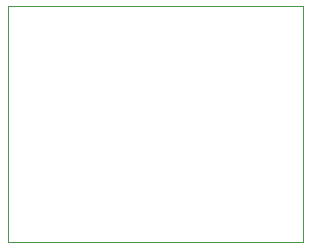
<source format=gbr>
%FSLAX34Y34*%
%MOMM*%
%LNOUTLINE*%
G71*
G01*
%ADD10C,0.100*%
%LPD*%
G54D10*
X4762Y996156D02*
X254794Y996156D01*
X254794Y796131D01*
X4762Y796131D01*
X4762Y996156D01*
M02*

</source>
